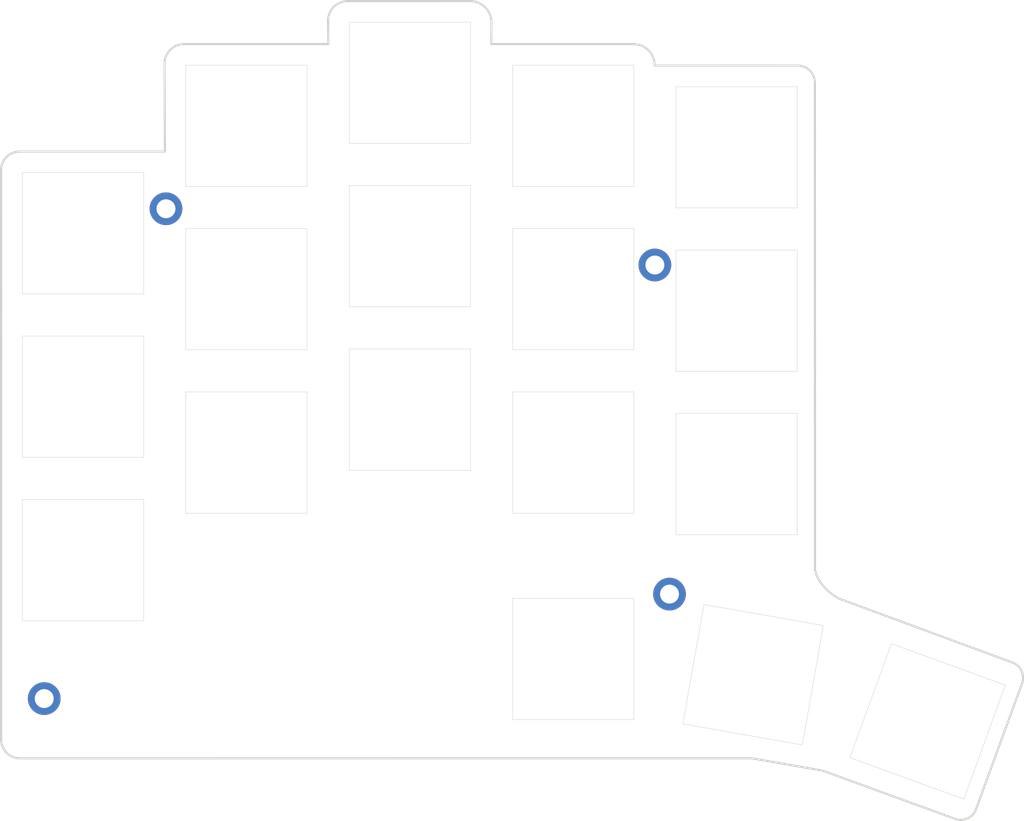
<source format=kicad_pcb>
(kicad_pcb (version 20171130) (host pcbnew "(5.1.10)-1")

  (general
    (thickness 1.6)
    (drawings 198)
    (tracks 0)
    (zones 0)
    (modules 4)
    (nets 1)
  )

  (page A4)
  (layers
    (0 F.Cu signal)
    (31 B.Cu signal)
    (32 B.Adhes user)
    (33 F.Adhes user)
    (34 B.Paste user)
    (35 F.Paste user)
    (36 B.SilkS user)
    (37 F.SilkS user)
    (38 B.Mask user)
    (39 F.Mask user)
    (40 Dwgs.User user)
    (41 Cmts.User user)
    (42 Eco1.User user)
    (43 Eco2.User user)
    (44 Edge.Cuts user)
    (45 Margin user)
    (46 B.CrtYd user)
    (47 F.CrtYd user)
    (48 B.Fab user)
    (49 F.Fab user)
  )

  (setup
    (last_trace_width 0.254)
    (trace_clearance 0.2)
    (zone_clearance 0.508)
    (zone_45_only no)
    (trace_min 0.2)
    (via_size 0.8)
    (via_drill 0.4)
    (via_min_size 0.4)
    (via_min_drill 0.3)
    (uvia_size 0.3)
    (uvia_drill 0.1)
    (uvias_allowed no)
    (uvia_min_size 0.2)
    (uvia_min_drill 0.1)
    (edge_width 0.05)
    (segment_width 0.2)
    (pcb_text_width 0.3)
    (pcb_text_size 1.5 1.5)
    (mod_edge_width 0.12)
    (mod_text_size 1 1)
    (mod_text_width 0.15)
    (pad_size 1.524 1.524)
    (pad_drill 0.762)
    (pad_to_mask_clearance 0)
    (aux_axis_origin 0 0)
    (grid_origin 145.852593 65.458404)
    (visible_elements 7FFFFFFF)
    (pcbplotparams
      (layerselection 0x010fc_ffffffff)
      (usegerberextensions false)
      (usegerberattributes true)
      (usegerberadvancedattributes true)
      (creategerberjobfile true)
      (excludeedgelayer true)
      (linewidth 0.100000)
      (plotframeref false)
      (viasonmask false)
      (mode 1)
      (useauxorigin false)
      (hpglpennumber 1)
      (hpglpenspeed 20)
      (hpglpendiameter 15.000000)
      (psnegative false)
      (psa4output false)
      (plotreference true)
      (plotvalue true)
      (plotinvisibletext false)
      (padsonsilk false)
      (subtractmaskfromsilk false)
      (outputformat 1)
      (mirror false)
      (drillshape 0)
      (scaleselection 1)
      (outputdirectory "gerbers/"))
  )

  (net 0 "")

  (net_class Default "This is the default net class."
    (clearance 0.2)
    (trace_width 0.254)
    (via_dia 0.8)
    (via_drill 0.4)
    (uvia_dia 0.3)
    (uvia_drill 0.1)
  )

  (net_class Power ""
    (clearance 0.2)
    (trace_width 0.381)
    (via_dia 0.8)
    (via_drill 0.4)
    (uvia_dia 0.3)
    (uvia_drill 0.1)
  )

  (module MountingHole:MountingHole_2.2mm_M2_DIN965_Pad (layer F.Cu) (tedit 56D1B4CB) (tstamp 61821F1C)
    (at 56.477588 112.136485)
    (descr "Mounting Hole 2.2mm, M2, DIN965")
    (tags "mounting hole 2.2mm m2 din965")
    (attr virtual)
    (fp_text reference "" (at 0 -4.2) (layer F.SilkS)
      (effects (font (size 1 1) (thickness 0.15)))
    )
    (fp_text value "" (at 0 4.2) (layer F.Fab)
      (effects (font (size 1 1) (thickness 0.15)))
    )
    (fp_circle (center 0 0) (end 1.9 0) (layer Cmts.User) (width 0.15))
    (fp_circle (center 0 0) (end 2.15 0) (layer F.CrtYd) (width 0.05))
    (fp_text user %R (at 0.3 0) (layer F.Fab)
      (effects (font (size 1 1) (thickness 0.15)))
    )
    (pad 1 thru_hole circle (at 0 0) (size 3.8 3.8) (drill 2.2) (layers *.Cu *.Mask))
  )

  (module MountingHole:MountingHole_2.2mm_M2_DIN965_Pad (layer F.Cu) (tedit 56D1B4CB) (tstamp 61821F1C)
    (at 70.637589 55.176487)
    (descr "Mounting Hole 2.2mm, M2, DIN965")
    (tags "mounting hole 2.2mm m2 din965")
    (attr virtual)
    (fp_text reference "" (at 0 -4.2) (layer F.SilkS)
      (effects (font (size 1 1) (thickness 0.15)))
    )
    (fp_text value "" (at 0 4.2) (layer F.Fab)
      (effects (font (size 1 1) (thickness 0.15)))
    )
    (fp_circle (center 0 0) (end 1.9 0) (layer Cmts.User) (width 0.15))
    (fp_circle (center 0 0) (end 2.15 0) (layer F.CrtYd) (width 0.05))
    (fp_text user %R (at 0.3 0) (layer F.Fab)
      (effects (font (size 1 1) (thickness 0.15)))
    )
    (pad 1 thru_hole circle (at 0 0) (size 3.8 3.8) (drill 2.2) (layers *.Cu *.Mask))
  )

  (module MountingHole:MountingHole_2.2mm_M2_DIN965_Pad (layer F.Cu) (tedit 56D1B4CB) (tstamp 61821F1C)
    (at 127.487585 61.716488)
    (descr "Mounting Hole 2.2mm, M2, DIN965")
    (tags "mounting hole 2.2mm m2 din965")
    (attr virtual)
    (fp_text reference "" (at 0 -4.2) (layer F.SilkS)
      (effects (font (size 1 1) (thickness 0.15)))
    )
    (fp_text value "" (at 0 4.2) (layer F.Fab)
      (effects (font (size 1 1) (thickness 0.15)))
    )
    (fp_circle (center 0 0) (end 1.9 0) (layer Cmts.User) (width 0.15))
    (fp_circle (center 0 0) (end 2.15 0) (layer F.CrtYd) (width 0.05))
    (fp_text user %R (at 0.3 0) (layer F.Fab)
      (effects (font (size 1 1) (thickness 0.15)))
    )
    (pad 1 thru_hole circle (at 0 0) (size 3.8 3.8) (drill 2.2) (layers *.Cu *.Mask))
  )

  (module MountingHole:MountingHole_2.2mm_M2_DIN965_Pad (layer F.Cu) (tedit 56D1B4CB) (tstamp 61821E14)
    (at 129.187674 99.986757)
    (descr "Mounting Hole 2.2mm, M2, DIN965")
    (tags "mounting hole 2.2mm m2 din965")
    (attr virtual)
    (fp_text reference "" (at 0 -4.2) (layer F.SilkS)
      (effects (font (size 1 1) (thickness 0.15)))
    )
    (fp_text value "" (at 0 4.2) (layer F.Fab)
      (effects (font (size 1 1) (thickness 0.15)))
    )
    (fp_circle (center 0 0) (end 1.9 0) (layer Cmts.User) (width 0.15))
    (fp_circle (center 0 0) (end 2.15 0) (layer F.CrtYd) (width 0.05))
    (fp_text user %R (at 0.3 0) (layer F.Fab)
      (effects (font (size 1 1) (thickness 0.15)))
    )
    (pad 1 thru_hole circle (at 0 0) (size 3.8 3.8) (drill 2.2) (layers *.Cu *.Mask))
  )

  (gr_line (start 154.989002 105.752329) (end 150.166518 119.001995) (layer Edge.Cuts) (width 0.05) (tstamp 61B3843E))
  (gr_line (start 150.166518 119.001995) (end 163.416184 123.824479) (layer Edge.Cuts) (width 0.05) (tstamp 61B3843D))
  (gr_line (start 168.238668 110.574813) (end 154.989002 105.752329) (layer Edge.Cuts) (width 0.05) (tstamp 61B3843C))
  (gr_line (start 163.416184 123.824479) (end 168.238668 110.574813) (layer Edge.Cuts) (width 0.05) (tstamp 61B3843B))
  (gr_line (start 133.193918 101.19129) (end 130.745479 115.077079) (layer Edge.Cuts) (width 0.05) (tstamp 61B3843E))
  (gr_line (start 130.745479 115.077079) (end 144.631268 117.525518) (layer Edge.Cuts) (width 0.05) (tstamp 61B3843D))
  (gr_line (start 147.079707 103.639729) (end 133.193918 101.19129) (layer Edge.Cuts) (width 0.05) (tstamp 61B3843C))
  (gr_line (start 144.631268 117.525518) (end 147.079707 103.639729) (layer Edge.Cuts) (width 0.05) (tstamp 61B3843B))
  (gr_line (start 129.942593 40.978404) (end 129.942593 55.078404) (layer Edge.Cuts) (width 0.05) (tstamp 61B3843E))
  (gr_line (start 129.942593 55.078404) (end 144.042593 55.078404) (layer Edge.Cuts) (width 0.05) (tstamp 61B3843D))
  (gr_line (start 144.042593 40.978404) (end 129.942593 40.978404) (layer Edge.Cuts) (width 0.05) (tstamp 61B3843C))
  (gr_line (start 144.042593 55.078404) (end 144.042593 40.978404) (layer Edge.Cuts) (width 0.05) (tstamp 61B3843B))
  (gr_line (start 129.942593 59.978404) (end 129.942593 74.078404) (layer Edge.Cuts) (width 0.05) (tstamp 61B3843E))
  (gr_line (start 129.942593 74.078404) (end 144.042593 74.078404) (layer Edge.Cuts) (width 0.05) (tstamp 61B3843D))
  (gr_line (start 144.042593 59.978404) (end 129.942593 59.978404) (layer Edge.Cuts) (width 0.05) (tstamp 61B3843C))
  (gr_line (start 144.042593 74.078404) (end 144.042593 59.978404) (layer Edge.Cuts) (width 0.05) (tstamp 61B3843B))
  (gr_line (start 129.942593 78.978404) (end 129.942593 93.078404) (layer Edge.Cuts) (width 0.05) (tstamp 61B3843E))
  (gr_line (start 129.942593 93.078404) (end 144.042593 93.078404) (layer Edge.Cuts) (width 0.05) (tstamp 61B3843D))
  (gr_line (start 144.042593 78.978404) (end 129.942593 78.978404) (layer Edge.Cuts) (width 0.05) (tstamp 61B3843C))
  (gr_line (start 144.042593 93.078404) (end 144.042593 78.978404) (layer Edge.Cuts) (width 0.05) (tstamp 61B3843B))
  (gr_line (start 110.942593 100.478404) (end 110.942593 114.578404) (layer Edge.Cuts) (width 0.05) (tstamp 61B3843E))
  (gr_line (start 110.942593 114.578404) (end 125.042593 114.578404) (layer Edge.Cuts) (width 0.05) (tstamp 61B3843D))
  (gr_line (start 125.042593 100.478404) (end 110.942593 100.478404) (layer Edge.Cuts) (width 0.05) (tstamp 61B3843C))
  (gr_line (start 125.042593 114.578404) (end 125.042593 100.478404) (layer Edge.Cuts) (width 0.05) (tstamp 61B3843B))
  (gr_line (start 110.942593 76.478404) (end 110.942593 90.578404) (layer Edge.Cuts) (width 0.05) (tstamp 61B3843E))
  (gr_line (start 110.942593 90.578404) (end 125.042593 90.578404) (layer Edge.Cuts) (width 0.05) (tstamp 61B3843D))
  (gr_line (start 125.042593 76.478404) (end 110.942593 76.478404) (layer Edge.Cuts) (width 0.05) (tstamp 61B3843C))
  (gr_line (start 125.042593 90.578404) (end 125.042593 76.478404) (layer Edge.Cuts) (width 0.05) (tstamp 61B3843B))
  (gr_line (start 110.942593 57.478404) (end 110.942593 71.578404) (layer Edge.Cuts) (width 0.05) (tstamp 61B3843E))
  (gr_line (start 110.942593 71.578404) (end 125.042593 71.578404) (layer Edge.Cuts) (width 0.05) (tstamp 61B3843D))
  (gr_line (start 125.042593 57.478404) (end 110.942593 57.478404) (layer Edge.Cuts) (width 0.05) (tstamp 61B3843C))
  (gr_line (start 125.042593 71.578404) (end 125.042593 57.478404) (layer Edge.Cuts) (width 0.05) (tstamp 61B3843B))
  (gr_line (start 110.942593 38.478404) (end 110.942593 52.578404) (layer Edge.Cuts) (width 0.05) (tstamp 61B3843E))
  (gr_line (start 110.942593 52.578404) (end 125.042593 52.578404) (layer Edge.Cuts) (width 0.05) (tstamp 61B3843D))
  (gr_line (start 125.042593 38.478404) (end 110.942593 38.478404) (layer Edge.Cuts) (width 0.05) (tstamp 61B3843C))
  (gr_line (start 125.042593 52.578404) (end 125.042593 38.478404) (layer Edge.Cuts) (width 0.05) (tstamp 61B3843B))
  (gr_line (start 91.942593 33.478404) (end 91.942593 47.578404) (layer Edge.Cuts) (width 0.05) (tstamp 61B3843E))
  (gr_line (start 91.942593 47.578404) (end 106.042593 47.578404) (layer Edge.Cuts) (width 0.05) (tstamp 61B3843D))
  (gr_line (start 106.042593 33.478404) (end 91.942593 33.478404) (layer Edge.Cuts) (width 0.05) (tstamp 61B3843C))
  (gr_line (start 106.042593 47.578404) (end 106.042593 33.478404) (layer Edge.Cuts) (width 0.05) (tstamp 61B3843B))
  (gr_line (start 91.942593 52.478404) (end 91.942593 66.578404) (layer Edge.Cuts) (width 0.05) (tstamp 61B3843E))
  (gr_line (start 91.942593 66.578404) (end 106.042593 66.578404) (layer Edge.Cuts) (width 0.05) (tstamp 61B3843D))
  (gr_line (start 106.042593 52.478404) (end 91.942593 52.478404) (layer Edge.Cuts) (width 0.05) (tstamp 61B3843C))
  (gr_line (start 106.042593 66.578404) (end 106.042593 52.478404) (layer Edge.Cuts) (width 0.05) (tstamp 61B3843B))
  (gr_line (start 91.942593 71.478404) (end 91.942593 85.578404) (layer Edge.Cuts) (width 0.05) (tstamp 61B3843E))
  (gr_line (start 91.942593 85.578404) (end 106.042593 85.578404) (layer Edge.Cuts) (width 0.05) (tstamp 61B3843D))
  (gr_line (start 106.042593 71.478404) (end 91.942593 71.478404) (layer Edge.Cuts) (width 0.05) (tstamp 61B3843C))
  (gr_line (start 106.042593 85.578404) (end 106.042593 71.478404) (layer Edge.Cuts) (width 0.05) (tstamp 61B3843B))
  (gr_line (start 72.942593 76.478404) (end 72.942593 90.578404) (layer Edge.Cuts) (width 0.05) (tstamp 61B3843E))
  (gr_line (start 72.942593 90.578404) (end 87.042593 90.578404) (layer Edge.Cuts) (width 0.05) (tstamp 61B3843D))
  (gr_line (start 87.042593 76.478404) (end 72.942593 76.478404) (layer Edge.Cuts) (width 0.05) (tstamp 61B3843C))
  (gr_line (start 87.042593 90.578404) (end 87.042593 76.478404) (layer Edge.Cuts) (width 0.05) (tstamp 61B3843B))
  (gr_line (start 72.942593 57.478404) (end 72.942593 71.578404) (layer Edge.Cuts) (width 0.05) (tstamp 61B3843E))
  (gr_line (start 72.942593 71.578404) (end 87.042593 71.578404) (layer Edge.Cuts) (width 0.05) (tstamp 61B3843D))
  (gr_line (start 87.042593 57.478404) (end 72.942593 57.478404) (layer Edge.Cuts) (width 0.05) (tstamp 61B3843C))
  (gr_line (start 87.042593 71.578404) (end 87.042593 57.478404) (layer Edge.Cuts) (width 0.05) (tstamp 61B3843B))
  (gr_line (start 72.942593 38.478404) (end 72.942593 52.578404) (layer Edge.Cuts) (width 0.05) (tstamp 61B3843E))
  (gr_line (start 72.942593 52.578404) (end 87.042593 52.578404) (layer Edge.Cuts) (width 0.05) (tstamp 61B3843D))
  (gr_line (start 87.042593 38.478404) (end 72.942593 38.478404) (layer Edge.Cuts) (width 0.05) (tstamp 61B3843C))
  (gr_line (start 87.042593 52.578404) (end 87.042593 38.478404) (layer Edge.Cuts) (width 0.05) (tstamp 61B3843B))
  (gr_line (start 53.942593 88.978404) (end 53.942593 103.078404) (layer Edge.Cuts) (width 0.05) (tstamp 61B3843E))
  (gr_line (start 53.942593 103.078404) (end 68.042593 103.078404) (layer Edge.Cuts) (width 0.05) (tstamp 61B3843D))
  (gr_line (start 68.042593 88.978404) (end 53.942593 88.978404) (layer Edge.Cuts) (width 0.05) (tstamp 61B3843C))
  (gr_line (start 68.042593 103.078404) (end 68.042593 88.978404) (layer Edge.Cuts) (width 0.05) (tstamp 61B3843B))
  (gr_line (start 53.942593 69.978404) (end 53.942593 84.078404) (layer Edge.Cuts) (width 0.05) (tstamp 61B3843E))
  (gr_line (start 53.942593 84.078404) (end 68.042593 84.078404) (layer Edge.Cuts) (width 0.05) (tstamp 61B3843D))
  (gr_line (start 68.042593 69.978404) (end 53.942593 69.978404) (layer Edge.Cuts) (width 0.05) (tstamp 61B3843C))
  (gr_line (start 68.042593 84.078404) (end 68.042593 69.978404) (layer Edge.Cuts) (width 0.05) (tstamp 61B3843B))
  (gr_line (start 53.942593 50.978404) (end 53.942593 65.078404) (layer Edge.Cuts) (width 0.05) (tstamp 61B3843E))
  (gr_line (start 53.942593 65.078404) (end 68.042593 65.078404) (layer Edge.Cuts) (width 0.05) (tstamp 61B3843D))
  (gr_line (start 68.042593 50.978404) (end 53.942593 50.978404) (layer Edge.Cuts) (width 0.05) (tstamp 61B3843C))
  (gr_line (start 68.042593 65.078404) (end 68.042593 50.978404) (layer Edge.Cuts) (width 0.05) (tstamp 61B3843B))
  (gr_curve (pts (xy 148.900593 100.510404) (xy 147.62539 99.825266) (xy 146.480177 98.679288) (xy 146.106593 97.208404)) (layer Edge.Cuts) (width 0.25) (tstamp 61B37F8D))
  (gr_curve (pts (xy 64.406993 115.872987) (xy 64.381593 115.934371) (xy 64.356193 115.997871) (xy 64.337143 116.061371)) (layer F.SilkS) (width 0.00192))
  (gr_curve (pts (xy 63.42486 117.706021) (xy 63.003643 117.917687) (xy 62.267043 117.866887) (xy 61.82466 117.310204)) (layer F.SilkS) (width 0.00192))
  (gr_curve (pts (xy 60.77056 116.474121) (xy 60.774793 117.18532) (xy 60.209643 117.790687) (xy 59.496326 117.835137)) (layer F.SilkS) (width 0.00192))
  (gr_curve (pts (xy 64.984843 115.125804) (xy 65.149943 115.070771) (xy 65.319276 115.043254) (xy 65.492843 115.060187)) (layer F.SilkS) (width 0.00192))
  (gr_curve (pts (xy 64.349843 117.289037) (xy 63.947676 116.770454) (xy 63.97731 116.107937) (xy 64.290576 115.654971)) (layer F.SilkS) (width 0.00192))
  (gr_curve (pts (xy 58.029476 116.567254) (xy 57.974443 115.773504) (xy 58.590393 115.136387) (xy 59.32276 115.096171)) (layer F.SilkS) (width 0.00192))
  (gr_curve (pts (xy 64.337143 116.061371) (xy 64.318093 116.129104) (xy 64.305393 116.198954) (xy 64.29481 116.266687)) (layer F.SilkS) (width 0.00192))
  (gr_curve (pts (xy 64.931926 115.276087) (xy 64.874776 115.312071) (xy 64.819743 115.350171) (xy 64.768943 115.394621)) (layer F.SilkS) (width 0.00192))
  (gr_curve (pts (xy 56.962676 117.348304) (xy 56.49066 117.924037) (xy 55.749826 117.938854) (xy 55.383643 117.748354)) (layer F.SilkS) (width 0.00192))
  (gr_curve (pts (xy 61.82466 117.310204) (xy 61.401326 116.776804) (xy 61.435193 116.029621) (xy 61.86911 115.538554)) (layer F.SilkS) (width 0.00192))
  (gr_curve (pts (xy 65.118193 115.178721) (xy 65.054693 115.210471) (xy 64.991193 115.240104) (xy 64.931926 115.276087)) (layer F.SilkS) (width 0.00192))
  (gr_curve (pts (xy 55.383643 117.748354) (xy 55.387876 117.727187) (xy 55.40481 117.720837) (xy 55.421743 117.710254)) (layer F.SilkS) (width 0.00192))
  (gr_curve (pts (xy 61.86911 115.538554) (xy 62.33901 115.007271) (xy 63.06291 115.003037) (xy 63.410043 115.193537)) (layer F.SilkS) (width 0.00192))
  (gr_curve (pts (xy 59.32276 115.096171) (xy 60.06571 115.053837) (xy 60.772676 115.642271) (xy 60.77056 116.474121)) (layer F.SilkS) (width 0.00192))
  (gr_curve (pts (xy 59.496326 117.835137) (xy 58.660243 117.890171) (xy 58.073926 117.240354) (xy 58.029476 116.567254)) (layer F.SilkS) (width 0.00192))
  (gr_curve (pts (xy 63.25976 115.299371) (xy 63.052326 115.456004) (xy 62.91686 115.663437) (xy 62.85336 115.913204)) (layer F.SilkS) (width 0.00192))
  (gr_curve (pts (xy 53.269093 115.123687) (xy 53.41726 115.091937) (xy 53.559077 115.115221) (xy 53.700893 115.151204)) (layer F.SilkS) (width 0.00192))
  (gr_line (start 55.383643 117.748354) (end 55.383643 117.748354) (layer F.SilkS) (width 0.00192))
  (gr_line (start 63.410043 115.193537) (end 63.410043 115.193537) (layer F.SilkS) (width 0.00192))
  (gr_curve (pts (xy 55.914926 115.894154) (xy 55.832376 115.633804) (xy 55.66516 115.434837) (xy 55.44291 115.282437)) (layer F.SilkS) (width 0.00192))
  (gr_curve (pts (xy 62.874526 117.043504) (xy 62.94861 117.278454) (xy 63.090426 117.466837) (xy 63.289393 117.610771)) (layer F.SilkS) (width 0.00192))
  (gr_curve (pts (xy 54.175026 115.612637) (xy 53.940076 115.333237) (xy 53.631043 115.176604) (xy 53.269093 115.123687)) (layer F.SilkS) (width 0.00192))
  (gr_curve (pts (xy 64.29481 116.266687) (xy 64.284226 116.334421) (xy 64.284226 116.400037) (xy 64.28846 116.46777)) (layer F.SilkS) (width 0.00192))
  (gr_curve (pts (xy 64.502243 115.695187) (xy 64.464143 115.750221) (xy 64.432393 115.809487) (xy 64.406993 115.872987)) (layer F.SilkS) (width 0.00192))
  (gr_curve (pts (xy 64.62501 115.536437) (xy 64.58056 115.587237) (xy 64.540343 115.642271) (xy 64.502243 115.695187)) (layer F.SilkS) (width 0.00192))
  (gr_curve (pts (xy 65.492843 115.060187) (xy 65.43781 115.100404) (xy 65.370076 115.094054) (xy 65.308693 115.113104)) (layer F.SilkS) (width 0.00192))
  (gr_curve (pts (xy 55.37306 115.227404) (xy 55.726543 115.03902) (xy 56.448326 115.032671) (xy 56.93516 115.591471)) (layer F.SilkS) (width 0.00192))
  (gr_curve (pts (xy 64.290576 115.654971) (xy 64.464143 115.403087) (xy 64.69486 115.223171) (xy 64.984843 115.125804)) (layer F.SilkS) (width 0.00192))
  (gr_curve (pts (xy 63.289393 117.610771) (xy 63.331726 117.642521) (xy 63.378293 117.672154) (xy 63.42486 117.706021)) (layer F.SilkS) (width 0.00192))
  (gr_curve (pts (xy 62.85336 115.913204) (xy 62.75811 116.292087) (xy 62.75811 116.668854) (xy 62.874526 117.043504)) (layer F.SilkS) (width 0.00192))
  (gr_curve (pts (xy 65.522476 117.788571) (xy 65.19651 117.862654) (xy 64.65676 117.686971) (xy 64.349843 117.289037)) (layer F.SilkS) (width 0.00192))
  (gr_curve (pts (xy 55.96361 116.908037) (xy 56.02711 116.567254) (xy 56.02076 116.226471) (xy 55.914926 115.894154)) (layer F.SilkS) (width 0.00192))
  (gr_line (start 60.77056 116.474121) (end 60.77056 116.474121) (layer F.SilkS) (width 0.00192))
  (gr_line (start 53.28391 117.847837) (end 53.28391 117.847837) (layer F.SilkS) (width 0.00192))
  (gr_curve (pts (xy 53.28391 117.847837) (xy 54.111526 117.722954) (xy 54.46501 117.071021) (xy 54.49676 116.588421)) (layer F.SilkS) (width 0.00192))
  (gr_curve (pts (xy 64.30751 116.668854) (xy 64.41546 117.231887) (xy 64.84726 117.701787) (xy 65.522476 117.788571)) (layer F.SilkS) (width 0.00192))
  (gr_curve (pts (xy 64.768943 115.394621) (xy 64.718143 115.43907) (xy 64.66946 115.485637) (xy 64.62501 115.536437)) (layer F.SilkS) (width 0.00192))
  (gr_curve (pts (xy 63.410043 115.193537) (xy 63.35501 115.231637) (xy 63.306326 115.263387) (xy 63.25976 115.299371)) (layer F.SilkS) (width 0.00192))
  (gr_curve (pts (xy 64.28846 116.46777) (xy 64.292693 116.535504) (xy 64.29481 116.603237) (xy 64.30751 116.668854)) (layer F.SilkS) (width 0.00192))
  (gr_curve (pts (xy 56.93516 115.591471) (xy 57.358493 116.078304) (xy 57.371193 116.844537) (xy 56.962676 117.348304)) (layer F.SilkS) (width 0.00192))
  (gr_line (start 65.522476 117.788571) (end 65.522476 117.788571) (layer F.SilkS) (width 0.00192))
  (gr_curve (pts (xy 55.44291 115.282437) (xy 55.419626 115.265504) (xy 55.387876 115.257037) (xy 55.37306 115.227404)) (layer F.SilkS) (width 0.00192))
  (gr_curve (pts (xy 65.308693 115.113104) (xy 65.245193 115.134271) (xy 65.179576 115.149087) (xy 65.118193 115.178721)) (layer F.SilkS) (width 0.00192))
  (gr_curve (pts (xy 54.456543 117.318671) (xy 54.12846 117.763171) (xy 53.56331 117.921921) (xy 53.28391 117.847837)) (layer F.SilkS) (width 0.00192))
  (gr_curve (pts (xy 55.421743 117.710254) (xy 55.72866 117.528221) (xy 55.90011 117.250937) (xy 55.96361 116.908037)) (layer F.SilkS) (width 0.00192))
  (gr_curve (pts (xy 54.49676 116.588421) (xy 54.520043 116.220121) (xy 54.412093 115.892037) (xy 54.175026 115.612637)) (layer F.SilkS) (width 0.00192))
  (gr_curve (pts (xy 54.43326 115.625337) (xy 54.824843 116.114287) (xy 54.841776 116.802204) (xy 54.456543 117.318671)) (layer F.SilkS) (width 0.00192))
  (gr_curve (pts (xy 53.700893 115.151204) (xy 53.997226 115.227404) (xy 54.24276 115.386154) (xy 54.43326 115.625337)) (layer F.SilkS) (width 0.00192))
  (gr_curve (pts (xy 64.360426 117.297504) (xy 63.958259 116.778921) (xy 63.987893 116.116404) (xy 64.301159 115.663438)) (layer B.SilkS) (width 0.00192))
  (gr_curve (pts (xy 63.420626 115.202004) (xy 63.365593 115.240104) (xy 63.316909 115.271854) (xy 63.270343 115.307838)) (layer B.SilkS) (width 0.00192))
  (gr_curve (pts (xy 54.185609 115.621104) (xy 53.950659 115.341704) (xy 53.641626 115.185071) (xy 53.279676 115.132154)) (layer B.SilkS) (width 0.00192))
  (gr_curve (pts (xy 64.995426 115.134271) (xy 65.160526 115.079238) (xy 65.329859 115.051721) (xy 65.503426 115.068654)) (layer B.SilkS) (width 0.00192))
  (gr_curve (pts (xy 55.394226 117.756821) (xy 55.398459 117.735654) (xy 55.415393 117.729304) (xy 55.432326 117.718721)) (layer B.SilkS) (width 0.00192))
  (gr_curve (pts (xy 64.779526 115.403088) (xy 64.728726 115.447537) (xy 64.680043 115.494104) (xy 64.635593 115.544904)) (layer B.SilkS) (width 0.00192))
  (gr_curve (pts (xy 55.432326 117.718721) (xy 55.739243 117.536688) (xy 55.910693 117.259404) (xy 55.974193 116.916504)) (layer B.SilkS) (width 0.00192))
  (gr_curve (pts (xy 64.942509 115.284554) (xy 64.885359 115.320538) (xy 64.830326 115.358638) (xy 64.779526 115.403088)) (layer B.SilkS) (width 0.00192))
  (gr_line (start 60.781143 116.482588) (end 60.781143 116.482588) (layer B.SilkS) (width 0.00192))
  (gr_line (start 55.394226 117.756821) (end 55.394226 117.756821) (layer B.SilkS) (width 0.00192))
  (gr_curve (pts (xy 65.503426 115.068654) (xy 65.448393 115.108871) (xy 65.380659 115.102521) (xy 65.319276 115.121571)) (layer B.SilkS) (width 0.00192))
  (gr_curve (pts (xy 59.506909 117.843604) (xy 58.670826 117.898638) (xy 58.084509 117.248821) (xy 58.040059 116.575721)) (layer B.SilkS) (width 0.00192))
  (gr_curve (pts (xy 63.435443 117.714488) (xy 63.014226 117.926154) (xy 62.277626 117.875354) (xy 61.835243 117.318671)) (layer B.SilkS) (width 0.00192))
  (gr_line (start 53.294493 117.856304) (end 53.294493 117.856304) (layer B.SilkS) (width 0.00192))
  (gr_curve (pts (xy 54.507343 116.596888) (xy 54.530626 116.228588) (xy 54.422676 115.900504) (xy 54.185609 115.621104)) (layer B.SilkS) (width 0.00192))
  (gr_curve (pts (xy 64.301159 115.663438) (xy 64.474726 115.411554) (xy 64.705443 115.231638) (xy 64.995426 115.134271)) (layer B.SilkS) (width 0.00192))
  (gr_curve (pts (xy 63.299976 117.619238) (xy 63.342309 117.650988) (xy 63.388876 117.680621) (xy 63.435443 117.714488)) (layer B.SilkS) (width 0.00192))
  (gr_curve (pts (xy 64.305393 116.275154) (xy 64.294809 116.342888) (xy 64.294809 116.408504) (xy 64.299043 116.476237)) (layer B.SilkS) (width 0.00192))
  (gr_curve (pts (xy 65.128776 115.187188) (xy 65.065276 115.218938) (xy 65.001776 115.248571) (xy 64.942509 115.284554)) (layer B.SilkS) (width 0.00192))
  (gr_curve (pts (xy 56.945743 115.599938) (xy 57.369076 116.086771) (xy 57.381776 116.853004) (xy 56.973259 117.356771)) (layer B.SilkS) (width 0.00192))
  (gr_curve (pts (xy 53.711476 115.159671) (xy 54.007809 115.235871) (xy 54.253343 115.394621) (xy 54.443843 115.633804)) (layer B.SilkS) (width 0.00192))
  (gr_curve (pts (xy 64.318093 116.677321) (xy 64.426043 117.240354) (xy 64.857843 117.710254) (xy 65.533059 117.797038)) (layer B.SilkS) (width 0.00192))
  (gr_line (start 63.420626 115.202004) (end 63.420626 115.202004) (layer B.SilkS) (width 0.00192))
  (gr_curve (pts (xy 64.512826 115.703654) (xy 64.474726 115.758688) (xy 64.442976 115.817954) (xy 64.417576 115.881454)) (layer B.SilkS) (width 0.00192))
  (gr_curve (pts (xy 58.040059 116.575721) (xy 57.985026 115.781971) (xy 58.600976 115.144854) (xy 59.333343 115.104638)) (layer B.SilkS) (width 0.00192))
  (gr_curve (pts (xy 59.333343 115.104638) (xy 60.076293 115.062304) (xy 60.783259 115.650738) (xy 60.781143 116.482588)) (layer B.SilkS) (width 0.00192))
  (gr_curve (pts (xy 55.925509 115.902621) (xy 55.842959 115.642271) (xy 55.675743 115.443304) (xy 55.453493 115.290904)) (layer B.SilkS) (width 0.00192))
  (gr_curve (pts (xy 61.879693 115.547021) (xy 62.349593 115.015738) (xy 63.073493 115.011504) (xy 63.420626 115.202004)) (layer B.SilkS) (width 0.00192))
  (gr_curve (pts (xy 54.443843 115.633804) (xy 54.835426 116.122754) (xy 54.852359 116.810671) (xy 54.467126 117.327138)) (layer B.SilkS) (width 0.00192))
  (gr_curve (pts (xy 62.863943 115.921671) (xy 62.768693 116.300554) (xy 62.768693 116.677321) (xy 62.885109 117.051971)) (layer B.SilkS) (width 0.00192))
  (gr_curve (pts (xy 63.270343 115.307838) (xy 63.062909 115.464471) (xy 62.927443 115.671904) (xy 62.863943 115.921671)) (layer B.SilkS) (width 0.00192))
  (gr_curve (pts (xy 65.533059 117.797038) (xy 65.207093 117.871121) (xy 64.667343 117.695438) (xy 64.360426 117.297504)) (layer B.SilkS) (width 0.00192))
  (gr_curve (pts (xy 65.319276 115.121571) (xy 65.255776 115.142738) (xy 65.190159 115.157554) (xy 65.128776 115.187188)) (layer B.SilkS) (width 0.00192))
  (gr_line (start 65.533059 117.797038) (end 65.533059 117.797038) (layer B.SilkS) (width 0.00192))
  (gr_curve (pts (xy 64.299043 116.476237) (xy 64.303276 116.543971) (xy 64.305393 116.611704) (xy 64.318093 116.677321)) (layer B.SilkS) (width 0.00192))
  (gr_curve (pts (xy 64.347726 116.069838) (xy 64.328676 116.137571) (xy 64.315976 116.207421) (xy 64.305393 116.275154)) (layer B.SilkS) (width 0.00192))
  (gr_curve (pts (xy 60.781143 116.482588) (xy 60.785376 117.193787) (xy 60.220226 117.799154) (xy 59.506909 117.843604)) (layer B.SilkS) (width 0.00192))
  (gr_curve (pts (xy 64.417576 115.881454) (xy 64.392176 115.942838) (xy 64.366776 116.006338) (xy 64.347726 116.069838)) (layer B.SilkS) (width 0.00192))
  (gr_curve (pts (xy 64.635593 115.544904) (xy 64.591143 115.595704) (xy 64.550926 115.650738) (xy 64.512826 115.703654)) (layer B.SilkS) (width 0.00192))
  (gr_curve (pts (xy 55.383643 115.235871) (xy 55.737126 115.047487) (xy 56.458909 115.041138) (xy 56.945743 115.599938)) (layer B.SilkS) (width 0.00192))
  (gr_curve (pts (xy 61.835243 117.318671) (xy 61.411909 116.785271) (xy 61.445776 116.038088) (xy 61.879693 115.547021)) (layer B.SilkS) (width 0.00192))
  (gr_curve (pts (xy 62.885109 117.051971) (xy 62.959193 117.286921) (xy 63.101009 117.475304) (xy 63.299976 117.619238)) (layer B.SilkS) (width 0.00192))
  (gr_curve (pts (xy 56.973259 117.356771) (xy 56.501243 117.932504) (xy 55.760409 117.947321) (xy 55.394226 117.756821)) (layer B.SilkS) (width 0.00192))
  (gr_curve (pts (xy 55.453493 115.290904) (xy 55.430209 115.273971) (xy 55.398459 115.265504) (xy 55.383643 115.235871)) (layer B.SilkS) (width 0.00192))
  (gr_curve (pts (xy 55.974193 116.916504) (xy 56.037693 116.575721) (xy 56.031343 116.234938) (xy 55.925509 115.902621)) (layer B.SilkS) (width 0.00192))
  (gr_curve (pts (xy 53.279676 115.132154) (xy 53.427843 115.100404) (xy 53.56966 115.123688) (xy 53.711476 115.159671)) (layer B.SilkS) (width 0.00192))
  (gr_curve (pts (xy 54.467126 117.327138) (xy 54.139043 117.771638) (xy 53.573893 117.930388) (xy 53.294493 117.856304)) (layer B.SilkS) (width 0.00192))
  (gr_curve (pts (xy 53.294493 117.856304) (xy 54.122109 117.731421) (xy 54.475593 117.079488) (xy 54.507343 116.596888)) (layer B.SilkS) (width 0.00192))
  (gr_line (start 127.462596 38.525458) (end 144.074593 38.521704) (layer Edge.Cuts) (width 0.25) (tstamp 61A1B152))
  (gr_curve (pts (xy 52.107378 118.442147) (xy 51.696491 118.031238) (xy 51.465707 117.473922) (xy 51.465795 116.892833)) (layer Edge.Cuts) (width 0.25) (tstamp 61A1B14F))
  (gr_line (start 162.413393 126.126304) (end 146.983414 120.510248) (layer Edge.Cuts) (width 0.25) (tstamp 61A1B14A))
  (gr_line (start 146.983414 120.510248) (end 138.740593 119.076352) (layer Edge.Cuts) (width 0.25) (tstamp 61A1B148))
  (gr_line (start 138.740593 119.076352) (end 53.656647 119.083807) (layer Edge.Cuts) (width 0.25) (tstamp 61A1B146))
  (gr_line (start 51.465795 116.892833) (end 51.460425 50.682975) (layer Edge.Cuts) (width 0.25) (tstamp 61A1B145))
  (gr_curve (pts (xy 53.656647 119.083807) (xy 53.075559 119.083871) (xy 52.518255 118.85305) (xy 52.107378 118.442147)) (layer Edge.Cuts) (width 0.25) (tstamp 61A1B140))
  (gr_line (start 89.511871 36.027018) (end 89.484135 33.331526) (layer Edge.Cuts) (width 0.25) (tstamp 61A1B13F))
  (gr_line (start 70.511889 48.525643) (end 70.471881 38.284649) (layer Edge.Cuts) (width 0.25) (tstamp 61A1B13E))
  (gr_curve (pts (xy 106.005278 31.025537) (xy 106.667658 31.025516) (xy 107.30254 31.290364) (xy 107.768538 31.761096)) (layer Edge.Cuts) (width 0.25) (tstamp 61A1B13D))
  (gr_curve (pts (xy 126.761564 36.762361) (xy 127.222694 37.232854) (xy 127.475073 37.869129) (xy 127.461814 38.527787)) (layer Edge.Cuts) (width 0.25) (tstamp 61A1B13B))
  (gr_line (start 72.720645 36.027071) (end 89.511871 36.027018) (layer Edge.Cuts) (width 0.25) (tstamp 61A1B13A))
  (gr_curve (pts (xy 71.127405 36.688835) (xy 71.549388 36.265206) (xy 72.122705 36.027067) (xy 72.720645 36.027071)) (layer Edge.Cuts) (width 0.25) (tstamp 61A1B139))
  (gr_line (start 91.765892 31.026073) (end 106.005278 31.025537) (layer Edge.Cuts) (width 0.25) (tstamp 61A1B136))
  (gr_curve (pts (xy 51.460425 50.682975) (xy 51.46053 49.491857) (xy 52.426121 48.526319) (xy 53.617224 48.526272)) (layer Edge.Cuts) (width 0.25) (tstamp 61A1B135))
  (gr_line (start 108.486229 33.531712) (end 108.460889 36.027407) (layer Edge.Cuts) (width 0.25) (tstamp 61A1B132))
  (gr_curve (pts (xy 125.010556 36.02679) (xy 125.669347 36.026759) (xy 126.300428 36.291867) (xy 126.761564 36.762361)) (layer Edge.Cuts) (width 0.25) (tstamp 61A1B131))
  (gr_curve (pts (xy 107.768538 31.761096) (xy 108.234539 32.231831) (xy 108.492955 32.869372) (xy 108.486229 33.531712)) (layer Edge.Cuts) (width 0.25) (tstamp 61A1B130))
  (gr_curve (pts (xy 90.144071 31.702802) (xy 90.572656 31.269764) (xy 91.156625 31.026097) (xy 91.765892 31.026073)) (layer Edge.Cuts) (width 0.25) (tstamp 61A1B12F))
  (gr_curve (pts (xy 70.471881 38.284649) (xy 70.469542 37.686721) (xy 70.705435 37.112471) (xy 71.127405 36.688835)) (layer Edge.Cuts) (width 0.25) (tstamp 61A1B12E))
  (gr_line (start 108.460889 36.027407) (end 125.010556 36.02679) (layer Edge.Cuts) (width 0.25) (tstamp 61A1B12D))
  (gr_curve (pts (xy 89.484135 33.331526) (xy 89.477863 32.722285) (xy 89.715482 32.135838) (xy 90.144071 31.702802)) (layer Edge.Cuts) (width 0.25) (tstamp 61A1B12C))
  (gr_line (start 53.617224 48.526272) (end 70.511889 48.525643) (layer Edge.Cuts) (width 0.25) (tstamp 61A1B12B))
  (gr_line (start 169.055493 107.939904) (end 148.900593 100.510404) (layer Edge.Cuts) (width 0.25))
  (gr_line (start 164.836161 124.9926) (end 170.189197 110.362672) (layer Edge.Cuts) (width 0.25) (tstamp 61A1D0DF))
  (gr_curve (pts (xy 169.055493 107.939904) (xy 170.036565 108.296985) (xy 170.543651 109.380647) (xy 170.189197 110.362672)) (layer Edge.Cuts) (width 0.25) (tstamp 61A1D0C8))
  (gr_curve (pts (xy 164.836161 124.9926) (xy 164.47908 125.973672) (xy 163.395418 126.480758) (xy 162.413393 126.126304)) (layer Edge.Cuts) (width 0.25) (tstamp 61A1D0C8))
  (gr_curve (pts (xy 144.074593 38.521704) (xy 145.198592 38.521704) (xy 146.109796 39.432842) (xy 146.096972 40.572992)) (layer Edge.Cuts) (width 0.25))
  (gr_line (start 146.096972 40.572992) (end 146.106593 97.208404) (layer Edge.Cuts) (width 0.25))

)

</source>
